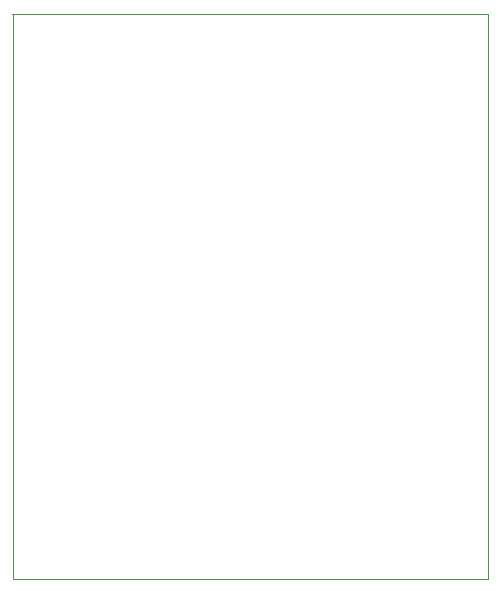
<source format=gbr>
%TF.GenerationSoftware,KiCad,Pcbnew,8.0.6*%
%TF.CreationDate,2024-11-29T21:51:42-03:00*%
%TF.ProjectId,Sensor de agua,53656e73-6f72-4206-9465-20616775612e,rev?*%
%TF.SameCoordinates,Original*%
%TF.FileFunction,Profile,NP*%
%FSLAX46Y46*%
G04 Gerber Fmt 4.6, Leading zero omitted, Abs format (unit mm)*
G04 Created by KiCad (PCBNEW 8.0.6) date 2024-11-29 21:51:42*
%MOMM*%
%LPD*%
G01*
G04 APERTURE LIST*
%TA.AperFunction,Profile*%
%ADD10C,0.050000*%
%TD*%
G04 APERTURE END LIST*
D10*
X19923382Y-60931993D02*
X19923382Y-13113204D01*
X60172402Y-60931993D02*
X19923382Y-60931993D01*
X60172402Y-13113204D02*
X60172402Y-60931993D01*
X19861840Y-13113204D02*
X60172402Y-13113204D01*
M02*

</source>
